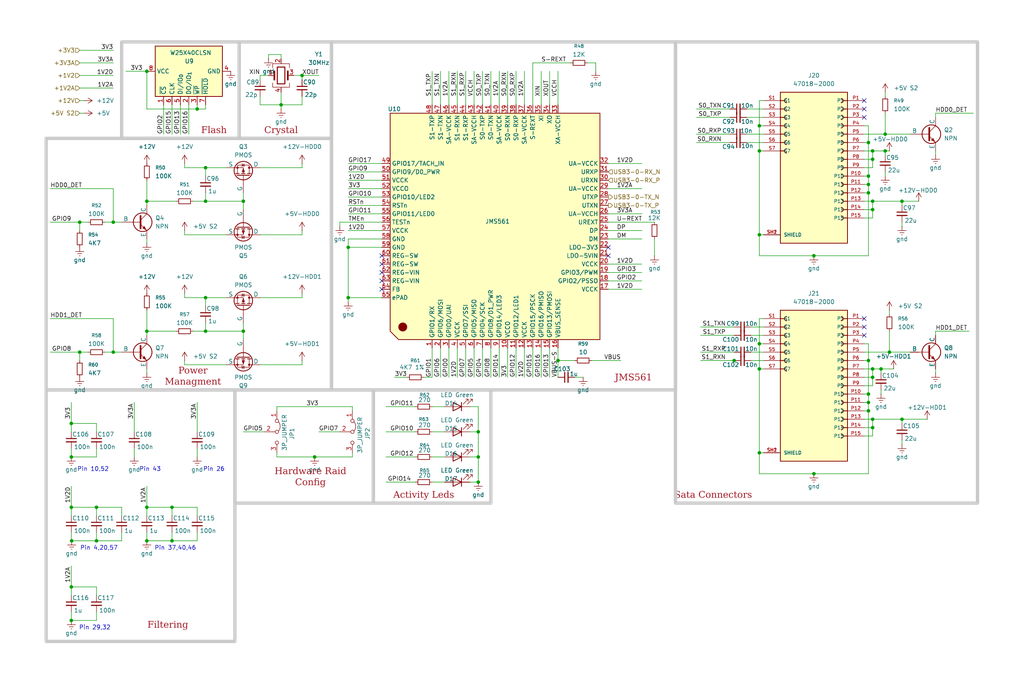
<source format=kicad_sch>
(kicad_sch (version 20250114) (generator "eeschema") (generator_version "9.0")
  (paper "User" 310 210)
  (rectangle (start 71.12 118.11) (end 113.03 152.4) (stroke (width 1) (color 200 200 200 1)))
  (rectangle (start 113.03 118.11) (end 148.59 152.4) (stroke (width 1) (color 200 200 200 1)))
  (rectangle (start 72.39 12.7) (end 100.33 41.91) (stroke (width 1) (color 200 200 200 1)))
  (rectangle (start 13.97 41.91) (end 100.33 118.11) (stroke (width 1) (color 200 200 200 1)))
  (rectangle (start 100.33 12.7) (end 204.47 118.11) (stroke (width 1) (color 200 200 200 1)))
  (rectangle (start 13.97 118.11) (end 71.12 194.31) (stroke (width 1) (color 200 200 200 1)))
  (rectangle (start 204.47 12.7) (end 295.91 152.4) (stroke (width 1) (color 200 200 200 1)))
  (rectangle (start 36.83 12.7) (end 72.39 41.91) (stroke (width 1) (color 200 200 200 1)))
  (text "Pin 4,20,57" (at 29.972 166.116 0) (effects (font (size 1.27 1.27))))
  (text "Pin 29,32" (at 28.702 190.246 0) (effects (font (size 1.27 1.27))))
  (text " Pin 43" (at 44.958 142.24 0) (effects (font (size 1.27 1.27))))
  (text "Pin 37,40,46" (at 53.086 166.116 0) (effects (font (size 1.27 1.27))))
  (text " Pin 10,52" (at 27.686 142.24 0) (effects (font (size 1.27 1.27))))
  (text " Pin 26\n" (at 64.262 142.24 0) (effects (font (size 1.27 1.27))))
  (text_box "Filtering" (at 36.83 182.88 0) (size 27.94 9.525) (margins 1.9049 1.9049 1.9049 1.9049) (stroke (width -0.0001)) (effects (font (size 2 2) (thickness 0.3175)) (justify bottom)))
  (text_box "Flash\n\n" (at 50.8 33.02 0) (size 27.94 9.525) (margins 1.9049 1.9049 1.9049 1.9049) (stroke (width -0.0001)) (effects (font (size 2 2) (thickness 0.3175)) (justify bottom)))
  (text_box "JMS561" (at 177.8 107.95 0) (size 27.94 9.525) (margins 1.9049 1.9049 1.9049 1.9049) (stroke (width -0.0001)) (effects (font (size 2 2) (thickness 0.3175)) (justify bottom)))
  (text_box "Sata Connectors\n" (at 201.93 143.51 0) (size 27.94 9.525) (margins 1.9049 1.9049 1.9049 1.9049) (stroke (width -0.0001)) (effects (font (size 2 2) (thickness 0.3175)) (justify bottom)))
  (text_box "Hardware Raid \nConfig\n" (at 80.01 139.7 0) (size 27.94 9.525) (margins 1.9049 1.9049 1.9049 1.9049) (stroke (width -0.0001)) (effects (font (size 2 2) (thickness 0.3175)) (justify bottom)))
  (text_box "Activity Leds\n" (at 114.3 143.51 0) (size 27.94 9.525) (margins 1.9049 1.9049 1.9049 1.9049) (stroke (width -0.0001)) (effects (font (size 2 2) (thickness 0.3175)) (justify bottom)))
  (text_box "Power Managment\n" (at 44.45 109.22 0) (size 27.94 9.525) (margins 1.9049 1.9049 1.9049 1.9049) (stroke (width -0.0001)) (effects (font (size 2 2) (thickness 0.3175)) (justify bottom)))
  (text_box "Crystal\n" (at 71.12 33.02 0) (size 27.94 9.525) (margins 1.9049 1.9049 1.9049 1.9049) (stroke (width -0.0001)) (effects (font (size 2 2) (thickness 0.3175)) (justify bottom)))
  (junction (at 105.41 90.17))
  (junction (at 229.87 104.14))
  (junction (at 168.91 109.22))
  (junction (at 105.41 74.93))
  (junction (at 29.21 163.83))
  (junction (at 21.59 153.67))
  (junction (at 267.97 45.72))
  (junction (at 262.89 121.92))
  (junction (at 62.23 100.33))
  (junction (at 144.78 130.81))
  (junction (at 73.66 100.33))
  (junction (at 264.16 114.3))
  (junction (at 73.66 60.96))
  (junction (at 229.87 38.1))
  (junction (at 246.38 77.47))
  (junction (at 52.07 153.67))
  (junction (at 21.59 138.43))
  (junction (at 273.05 127))
  (junction (at 269.24 106.68))
  (junction (at 24.13 106.68))
  (junction (at 44.45 100.33))
  (junction (at 264.16 111.76))
  (junction (at 262.89 53.34))
  (junction (at 262.89 55.88))
  (junction (at 262.89 109.22))
  (junction (at 95.25 138.43))
  (junction (at 264.16 60.96))
  (junction (at 62.23 50.8))
  (junction (at 24.13 67.31))
  (junction (at 21.59 177.8))
  (junction (at 229.87 137.16))
  (junction (at 34.29 106.68))
  (junction (at 59.69 33.02))
  (junction (at 85.09 31.75))
  (junction (at 144.78 146.05))
  (junction (at 264.16 63.5))
  (junction (at 44.45 21.59))
  (junction (at 266.7 111.76))
  (junction (at 21.6925 163.83))
  (junction (at 44.45 60.96))
  (junction (at 262.89 119.38))
  (junction (at 222.25 109.22))
  (junction (at 262.89 58.42))
  (junction (at 264.16 129.54))
  (junction (at 262.89 43.18))
  (junction (at 264.16 45.72))
  (junction (at 229.87 111.76))
  (junction (at 273.05 60.96))
  (junction (at 34.29 67.31))
  (junction (at 229.87 45.72))
  (junction (at 21.59 187.96))
  (junction (at 144.78 138.43))
  (junction (at 267.97 40.64))
  (junction (at 91.44 22.86))
  (junction (at 52.07 163.83))
  (junction (at 262.89 124.46))
  (junction (at 62.23 90.17))
  (junction (at 264.16 48.26))
  (junction (at 229.87 71.12))
  (junction (at 264.16 127))
  (junction (at 21.59 128.27))
  (junction (at 62.23 60.96))
  (junction (at 29.21 153.67))
  (junction (at 44.45 163.83))
  (junction (at 246.38 143.51))
  (junction (at 44.45 153.67))
  (no_connect (at 261.62 101.6))
  (no_connect (at 261.62 33.02))
  (no_connect (at 115.57 80.01))
  (no_connect (at 261.62 99.06))
  (no_connect (at 115.57 82.55))
  (no_connect (at 261.62 30.48))
  (no_connect (at 184.15 74.93))
  (no_connect (at 261.62 35.56))
  (no_connect (at 115.57 85.09))
  (no_connect (at 115.57 87.63))
  (no_connect (at 115.57 77.47))
  (no_connect (at 184.15 77.47))
  (no_connect (at 261.62 96.52))
  (wire (pts (xy 73.66 100.33) (xy 73.66 102.87)))
  (wire (pts (xy 31.75 106.68) (xy 34.29 106.68)))
  (wire (pts (xy 266.7 119.38) (xy 266.7 118.11)))
  (wire (pts (xy 264.16 114.3) (xy 264.16 111.76)))
  (wire (pts (xy 105.41 90.17) (xy 105.41 91.44)))
  (wire (pts (xy 231.14 30.48) (xy 229.87 30.48)))
  (wire (pts (xy 15.24 96.52) (xy 34.29 96.52)))
  (wire (pts (xy 229.87 111.76) (xy 229.87 104.14)))
  (wire (pts (xy 15.24 57.15) (xy 34.29 57.15)))
  (wire (pts (xy 246.38 77.47) (xy 229.87 77.47)))
  (wire (pts (xy 267.97 45.72) (xy 269.24 45.72)))
  (wire (pts (xy 269.24 95.25) (xy 269.24 93.98)))
  (wire (pts (xy 62.23 50.8) (xy 68.58 50.8)))
  (wire (pts (xy 226.06 40.64) (xy 231.14 40.64)))
  (wire (pts (xy 78.74 110.49) (xy 91.44 110.49)))
  (wire (pts (xy 269.24 100.33) (xy 269.24 106.68)))
  (wire (pts (xy 133.35 105.41) (xy 133.35 114.3)))
  (wire (pts (xy 229.87 30.48) (xy 229.87 38.1)))
  (wire (pts (xy 264.16 127) (xy 273.05 127)))
  (wire (pts (xy 105.41 72.39) (xy 105.41 74.93)))
  (wire (pts (xy 273.05 127) (xy 280.67 127)))
  (wire (pts (xy 21.59 147.32) (xy 21.59 153.67)))
  (wire (pts (xy 54.61 31.75) (xy 54.61 40.64)))
  (wire (pts (xy 261.62 132.08) (xy 264.16 132.08)))
  (wire (pts (xy 78.74 24.13) (xy 78.74 22.86)))
  (wire (pts (xy 62.23 97.79) (xy 62.23 100.33)))
  (wire (pts (xy 21.6925 163.83) (xy 21.59 163.83)))
  (wire (pts (xy 262.89 43.18) (xy 262.89 38.1)))
  (wire (pts (xy 96.52 130.81) (xy 102.87 130.81)))
  (wire (pts (xy 231.14 111.76) (xy 229.87 111.76)))
  (wire (pts (xy 55.88 69.85) (xy 55.88 71.12)))
  (wire (pts (xy 115.57 59.69) (xy 105.41 59.69)))
  (wire (pts (xy 226.06 35.56) (xy 231.14 35.56)))
  (wire (pts (xy 266.7 113.03) (xy 266.7 111.76)))
  (wire (pts (xy 91.44 109.22) (xy 91.44 110.49)))
  (wire (pts (xy 24.13 67.31) (xy 26.67 67.31)))
  (wire (pts (xy 273.05 128.27) (xy 273.05 127)))
  (wire (pts (xy 130.81 105.41) (xy 130.81 114.3)))
  (wire (pts (xy 44.45 101.6) (xy 44.45 100.33)))
  (wire (pts (xy 177.8 19.05) (xy 180.34 19.05)))
  (wire (pts (xy 15.24 106.68) (xy 24.13 106.68)))
  (wire (pts (xy 62.23 90.17) (xy 55.88 90.17)))
  (wire (pts (xy 68.58 110.49) (xy 55.88 110.49)))
  (wire (pts (xy 261.62 124.46) (xy 262.89 124.46)))
  (wire (pts (xy 34.29 106.68) (xy 36.83 106.68)))
  (wire (pts (xy 119.38 114.3) (xy 123.19 114.3)))
  (wire (pts (xy 264.16 116.84) (xy 264.16 114.3)))
  (wire (pts (xy 153.67 105.41) (xy 153.67 114.3)))
  (wire (pts (xy 273.05 67.31) (xy 273.05 68.58)))
  (wire (pts (xy 49.53 31.75) (xy 49.53 40.64)))
  (wire (pts (xy 264.16 111.76) (xy 266.7 111.76)))
  (wire (pts (xy 115.57 52.07) (xy 105.41 52.07)))
  (wire (pts (xy 261.62 116.84) (xy 264.16 116.84)))
  (wire (pts (xy 68.58 71.12) (xy 55.88 71.12)))
  (wire (pts (xy 29.21 163.83) (xy 21.6925 163.83)))
  (wire (pts (xy 116.84 130.81) (xy 125.73 130.81)))
  (wire (pts (xy 52.07 31.75) (xy 52.07 40.64)))
  (wire (pts (xy 264.16 60.96) (xy 273.05 60.96)))
  (wire (pts (xy 231.14 137.16) (xy 229.87 137.16)))
  (wire (pts (xy 21.59 177.8) (xy 21.59 180.34)))
  (wire (pts (xy 81.28 17.78) (xy 81.28 16.51)))
  (wire (pts (xy 144.78 123.19) (xy 144.78 130.81)))
  (wire (pts (xy 283.21 100.33) (xy 283.21 101.6)))
  (wire (pts (xy 78.74 22.86) (xy 81.28 22.86)))
  (wire (pts (xy 55.88 88.9) (xy 55.88 90.17)))
  (wire (pts (xy 130.81 123.19) (xy 134.62 123.19)))
  (wire (pts (xy 29.21 135.89) (xy 29.21 138.43)))
  (wire (pts (xy 116.84 138.43) (xy 125.73 138.43)))
  (wire (pts (xy 38.1 21.59) (xy 44.45 21.59)))
  (wire (pts (xy 229.87 137.16) (xy 229.87 111.76)))
  (wire (pts (xy 44.45 72.39) (xy 44.45 73.66)))
  (wire (pts (xy 59.69 163.83) (xy 52.07 163.83)))
  (wire (pts (xy 261.62 119.38) (xy 262.89 119.38)))
  (wire (pts (xy 21.59 121.92) (xy 21.59 128.27)))
  (wire (pts (xy 262.89 121.92) (xy 262.89 124.46)))
  (wire (pts (xy 158.75 31.75) (xy 158.75 21.59)))
  (wire (pts (xy 212.09 109.22) (xy 222.25 109.22)))
  (wire (pts (xy 130.81 31.75) (xy 130.81 21.59)))
  (wire (pts (xy 24.13 26.67) (xy 34.29 26.67)))
  (wire (pts (xy 262.89 109.22) (xy 262.89 119.38)))
  (wire (pts (xy 59.69 121.92) (xy 59.69 130.81)))
  (wire (pts (xy 262.89 124.46) (xy 262.89 143.51)))
  (wire (pts (xy 176.53 114.3) (xy 173.99 114.3)))
  (wire (pts (xy 95.25 138.43) (xy 106.68 138.43)))
  (wire (pts (xy 85.09 31.75) (xy 85.09 33.02)))
  (wire (pts (xy 128.27 114.3) (xy 130.81 114.3)))
  (wire (pts (xy 283.21 100.33) (xy 293.37 100.33)))
  (wire (pts (xy 140.97 31.75) (xy 140.97 21.59)))
  (wire (pts (xy 184.15 82.55) (xy 194.31 82.55)))
  (wire (pts (xy 29.21 185.42) (xy 29.21 187.96)))
  (wire (pts (xy 55.88 109.22) (xy 55.88 110.49)))
  (wire (pts (xy 261.62 63.5) (xy 264.16 63.5)))
  (wire (pts (xy 29.21 153.67) (xy 21.59 153.67)))
  (wire (pts (xy 115.57 64.77) (xy 105.41 64.77)))
  (wire (pts (xy 24.13 106.68) (xy 26.67 106.68)))
  (wire (pts (xy 262.89 43.18) (xy 262.89 53.34)))
  (wire (pts (xy 267.97 53.34) (xy 267.97 52.07)))
  (wire (pts (xy 151.13 31.75) (xy 151.13 21.59)))
  (wire (pts (xy 158.75 105.41) (xy 158.75 114.3)))
  (wire (pts (xy 88.9 22.86) (xy 91.44 22.86)))
  (wire (pts (xy 184.15 67.31) (xy 198.12 67.31)))
  (wire (pts (xy 29.21 128.27) (xy 21.59 128.27)))
  (wire (pts (xy 229.87 104.14) (xy 231.14 104.14)))
  (wire (pts (xy 261.62 40.64) (xy 267.97 40.64)))
  (wire (pts (xy 161.29 19.05) (xy 172.72 19.05)))
  (wire (pts (xy 261.62 55.88) (xy 262.89 55.88)))
  (wire (pts (xy 81.28 16.51) (xy 85.09 16.51)))
  (wire (pts (xy 262.89 119.38) (xy 262.89 121.92)))
  (wire (pts (xy 231.14 71.12) (xy 229.87 71.12)))
  (wire (pts (xy 34.29 67.31) (xy 34.29 57.15)))
  (wire (pts (xy 226.06 33.02) (xy 231.14 33.02)))
  (wire (pts (xy 264.16 132.08) (xy 264.16 129.54)))
  (wire (pts (xy 59.69 153.67) (xy 52.07 153.67)))
  (wire (pts (xy 29.21 130.81) (xy 29.21 128.27)))
  (wire (pts (xy 73.66 100.33) (xy 73.66 97.79)))
  (wire (pts (xy 83.82 124.46) (xy 83.82 123.19)))
  (wire (pts (xy 283.21 35.56) (xy 283.21 34.29)))
  (wire (pts (xy 21.59 135.89) (xy 21.59 138.43)))
  (wire (pts (xy 59.69 33.02) (xy 44.45 33.02)))
  (wire (pts (xy 229.87 45.72) (xy 229.87 71.12)))
  (wire (pts (xy 261.62 43.18) (xy 262.89 43.18)))
  (wire (pts (xy 142.24 138.43) (xy 144.78 138.43)))
  (wire (pts (xy 106.68 123.19) (xy 106.68 124.46)))
  (wire (pts (xy 261.62 45.72) (xy 264.16 45.72)))
  (wire (pts (xy 29.21 156.21) (xy 29.21 153.67)))
  (wire (pts (xy 262.89 58.42) (xy 262.89 77.47)))
  (wire (pts (xy 264.16 48.26) (xy 264.16 45.72)))
  (wire (pts (xy 261.62 48.26) (xy 264.16 48.26)))
  (wire (pts (xy 44.45 54.61) (xy 44.45 60.96)))
  (wire (pts (xy 223.52 109.22) (xy 222.25 109.22)))
  (wire (pts (xy 80.01 130.81) (xy 73.66 130.81)))
  (wire (pts (xy 59.69 138.43) (xy 59.69 135.89)))
  (wire (pts (xy 78.74 50.8) (xy 91.44 50.8)))
  (wire (pts (xy 106.68 138.43) (xy 106.68 137.16)))
  (wire (pts (xy 24.13 30.48) (xy 25.4 30.48)))
  (wire (pts (xy 29.21 180.34) (xy 29.21 177.8)))
  (wire (pts (xy 144.78 130.81) (xy 144.78 138.43)))
  (wire (pts (xy 62.23 90.17) (xy 68.58 90.17)))
  (wire (pts (xy 40.64 121.92) (xy 40.64 130.81)))
  (wire (pts (xy 83.82 123.19) (xy 106.68 123.19)))
  (wire (pts (xy 266.7 111.76) (xy 270.51 111.76)))
  (wire (pts (xy 184.15 49.53) (xy 194.31 49.53)))
  (wire (pts (xy 173.99 109.22) (xy 168.91 109.22)))
  (wire (pts (xy 102.87 67.31) (xy 115.57 67.31)))
  (wire (pts (xy 261.62 129.54) (xy 264.16 129.54)))
  (wire (pts (xy 210.82 43.18) (xy 220.98 43.18)))
  (wire (pts (xy 58.42 60.96) (xy 62.23 60.96)))
  (wire (pts (xy 21.59 171.45) (xy 21.59 177.8)))
  (wire (pts (xy 231.14 38.1) (xy 229.87 38.1)))
  (wire (pts (xy 55.88 49.53) (xy 55.88 50.8)))
  (wire (pts (xy 146.05 105.41) (xy 146.05 114.3)))
  (wire (pts (xy 231.14 96.52) (xy 229.87 96.52)))
  (wire (pts (xy 229.87 77.47) (xy 229.87 71.12)))
  (wire (pts (xy 264.16 63.5) (xy 264.16 60.96)))
  (wire (pts (xy 163.83 31.75) (xy 163.83 21.59)))
  (wire (pts (xy 73.66 60.96) (xy 73.66 58.42)))
  (wire (pts (xy 273.05 60.96) (xy 278.13 60.96)))
  (wire (pts (xy 91.44 22.86) (xy 96.52 22.86)))
  (wire (pts (xy 36.83 161.29) (xy 36.83 163.83)))
  (wire (pts (xy 261.62 53.34) (xy 262.89 53.34)))
  (wire (pts (xy 52.07 163.83) (xy 44.45 163.83)))
  (wire (pts (xy 227.33 99.06) (xy 231.14 99.06)))
  (wire (pts (xy 52.07 161.29) (xy 52.07 163.83)))
  (wire (pts (xy 283.21 111.76) (xy 283.21 113.03)))
  (wire (pts (xy 261.62 111.76) (xy 264.16 111.76)))
  (wire (pts (xy 261.62 127) (xy 264.16 127)))
  (wire (pts (xy 229.87 143.51) (xy 229.87 137.16)))
  (wire (pts (xy 59.69 161.29) (xy 59.69 163.83)))
  (wire (pts (xy 273.05 133.35) (xy 273.05 134.62)))
  (wire (pts (xy 262.89 143.51) (xy 246.38 143.51)))
  (wire (pts (xy 261.62 38.1) (xy 262.89 38.1)))
  (wire (pts (xy 52.07 156.21) (xy 52.07 153.67)))
  (wire (pts (xy 62.23 50.8) (xy 62.23 53.34)))
  (wire (pts (xy 44.45 33.02) (xy 44.45 21.59)))
  (wire (pts (xy 184.15 64.77) (xy 194.31 64.77)))
  (wire (pts (xy 115.57 62.23) (xy 105.41 62.23)))
  (wire (pts (xy 83.82 138.43) (xy 95.25 138.43)))
  (wire (pts (xy 261.62 58.42) (xy 262.89 58.42)))
  (wire (pts (xy 62.23 58.42) (xy 62.23 60.96)))
  (wire (pts (xy 44.45 161.29) (xy 44.45 163.83)))
  (wire (pts (xy 116.84 146.05) (xy 125.73 146.05)))
  (wire (pts (xy 267.97 46.99) (xy 267.97 45.72)))
  (wire (pts (xy 264.16 129.54) (xy 264.16 127)))
  (wire (pts (xy 78.74 31.75) (xy 85.09 31.75)))
  (wire (pts (xy 261.62 66.04) (xy 264.16 66.04)))
  (wire (pts (xy 21.59 185.42) (xy 21.59 187.96)))
  (wire (pts (xy 21.59 128.27) (xy 21.59 130.81)))
  (wire (pts (xy 62.23 50.8) (xy 55.88 50.8)))
  (wire (pts (xy 78.74 29.21) (xy 78.74 31.75)))
  (wire (pts (xy 184.15 69.85) (xy 194.31 69.85)))
  (wire (pts (xy 29.21 138.43) (xy 21.59 138.43)))
  (wire (pts (xy 44.45 100.33) (xy 53.34 100.33)))
  (wire (pts (xy 29.21 177.8) (xy 21.59 177.8)))
  (wire (pts (xy 62.23 90.17) (xy 62.23 92.71)))
  (wire (pts (xy 44.45 153.67) (xy 44.45 156.21)))
  (wire (pts (xy 73.66 60.96) (xy 73.66 63.5)))
  (wire (pts (xy 184.15 85.09) (xy 194.31 85.09)))
  (wire (pts (xy 143.51 105.41) (xy 143.51 114.3)))
  (wire (pts (xy 227.33 101.6) (xy 231.14 101.6)))
  (wire (pts (xy 227.33 109.22) (xy 231.14 109.22)))
  (wire (pts (xy 153.67 31.75) (xy 153.67 21.59)))
  (wire (pts (xy 138.43 31.75) (xy 138.43 21.59)))
  (wire (pts (xy 115.57 90.17) (xy 105.41 90.17)))
  (wire (pts (xy 102.87 68.58) (xy 102.87 67.31)))
  (wire (pts (xy 135.89 31.75) (xy 135.89 21.59)))
  (wire (pts (xy 135.89 105.41) (xy 135.89 114.3)))
  (wire (pts (xy 229.87 45.72) (xy 231.14 45.72)))
  (wire (pts (xy 143.51 31.75) (xy 143.51 21.59)))
  (wire (pts (xy 140.97 105.41) (xy 140.97 114.3)))
  (wire (pts (xy 115.57 72.39) (xy 105.41 72.39)))
  (wire (pts (xy 21.59 161.29) (xy 21.59 163.83)))
  (wire (pts (xy 246.38 143.51) (xy 229.87 143.51)))
  (wire (pts (xy 267.97 29.21) (xy 267.97 27.94)))
  (wire (pts (xy 210.82 35.56) (xy 220.98 35.56)))
  (wire (pts (xy 115.57 54.61) (xy 105.41 54.61)))
  (wire (pts (xy 57.15 31.75) (xy 57.15 40.64)))
  (wire (pts (xy 62.23 31.75) (xy 62.23 33.02)))
  (wire (pts (xy 24.13 109.22) (xy 24.13 106.68)))
  (wire (pts (xy 269.24 106.68) (xy 275.59 106.68)))
  (wire (pts (xy 227.33 106.68) (xy 231.14 106.68)))
  (wire (pts (xy 34.29 106.68) (xy 34.29 96.52)))
  (wire (pts (xy 144.78 138.43) (xy 144.78 146.05)))
  (wire (pts (xy 115.57 57.15) (xy 105.41 57.15)))
  (wire (pts (xy 44.45 147.32) (xy 44.45 153.67)))
  (wire (pts (xy 115.57 49.53) (xy 105.41 49.53)))
  (wire (pts (xy 212.09 99.06) (xy 222.25 99.06)))
  (wire (pts (xy 24.13 15.24) (xy 34.29 15.24)))
  (wire (pts (xy 146.05 31.75) (xy 146.05 21.59)))
  (wire (pts (xy 180.34 19.05) (xy 180.34 21.59)))
  (wire (pts (xy 58.42 100.33) (xy 62.23 100.33)))
  (wire (pts (xy 212.09 106.68) (xy 222.25 106.68)))
  (wire (pts (xy 261.62 109.22) (xy 262.89 109.22)))
  (wire (pts (xy 116.84 123.19) (xy 125.73 123.19)))
  (wire (pts (xy 115.57 69.85) (xy 105.41 69.85)))
  (wire (pts (xy 210.82 40.64) (xy 220.98 40.64)))
  (wire (pts (xy 273.05 62.23) (xy 273.05 60.96)))
  (wire (pts (xy 85.09 31.75) (xy 91.44 31.75)))
  (wire (pts (xy 262.89 77.47) (xy 246.38 77.47)))
  (wire (pts (xy 267.97 34.29) (xy 267.97 40.64)))
  (wire (pts (xy 21.59 153.67) (xy 21.59 156.21)))
  (wire (pts (xy 261.62 106.68) (xy 269.24 106.68)))
  (wire (pts (xy 15.24 67.31) (xy 24.13 67.31)))
  (wire (pts (xy 156.21 31.75) (xy 156.21 21.59)))
  (wire (pts (xy 229.87 96.52) (xy 229.87 104.14)))
  (wire (pts (xy 91.44 88.9) (xy 91.44 90.17)))
  (wire (pts (xy 130.81 146.05) (xy 134.62 146.05)))
  (wire (pts (xy 36.83 163.83) (xy 29.21 163.83)))
  (wire (pts (xy 212.09 101.6) (xy 222.25 101.6)))
  (wire (pts (xy 91.44 31.75) (xy 91.44 29.21)))
  (wire (pts (xy 184.15 72.39) (xy 194.31 72.39)))
  (wire (pts (xy 24.13 69.85) (xy 24.13 67.31)))
  (wire (pts (xy 59.69 156.21) (xy 59.69 153.67)))
  (wire (pts (xy 262.89 109.22) (xy 262.89 104.14)))
  (wire (pts (xy 44.45 62.23) (xy 44.45 60.96)))
  (wire (pts (xy 161.29 19.05) (xy 161.29 31.75)))
  (wire (pts (xy 163.83 105.41) (xy 163.83 114.3)))
  (wire (pts (xy 262.89 55.88) (xy 262.89 58.42)))
  (wire (pts (xy 264.16 50.8) (xy 264.16 48.26)))
  (wire (pts (xy 133.35 31.75) (xy 133.35 21.59)))
  (wire (pts (xy 261.62 121.92) (xy 262.89 121.92)))
  (wire (pts (xy 91.44 69.85) (xy 91.44 71.12)))
  (wire (pts (xy 184.15 87.63) (xy 194.31 87.63)))
  (wire (pts (xy 148.59 31.75) (xy 148.59 21.59)))
  (wire (pts (xy 62.23 100.33) (xy 73.66 100.33)))
  (wire (pts (xy 184.15 80.01) (xy 194.31 80.01)))
  (wire (pts (xy 261.62 50.8) (xy 264.16 50.8)))
  (wire (pts (xy 130.81 138.43) (xy 134.62 138.43)))
  (wire (pts (xy 29.21 161.29) (xy 29.21 163.83)))
  (wire (pts (xy 31.75 67.31) (xy 34.29 67.31)))
  (wire (pts (xy 44.45 111.76) (xy 44.45 113.03)))
  (wire (pts (xy 78.74 90.17) (xy 91.44 90.17)))
  (wire (pts (xy 264.16 45.72) (xy 267.97 45.72)))
  (wire (pts (xy 115.57 74.93) (xy 105.41 74.93)))
  (wire (pts (xy 44.45 60.96) (xy 53.34 60.96)))
  (wire (pts (xy 91.44 24.13) (xy 91.44 22.86)))
  (wire (pts (xy 85.09 27.94) (xy 85.09 31.75)))
  (wire (pts (xy 36.83 153.67) (xy 29.21 153.67)))
  (wire (pts (xy 262.89 53.34) (xy 262.89 55.88)))
  (wire (pts (xy 142.24 123.19) (xy 144.78 123.19)))
  (wire (pts (xy 168.91 21.59) (xy 168.91 31.75)))
  (wire (pts (xy 52.07 153.67) (xy 44.45 153.67)))
  (wire (pts (xy 34.29 67.31) (xy 36.83 67.31)))
  (wire (pts (xy 62.23 33.02) (xy 59.69 33.02)))
  (wire (pts (xy 44.45 93.98) (xy 44.45 100.33)))
  (wire (pts (xy 229.87 38.1) (xy 229.87 45.72)))
  (wire (pts (xy 130.81 130.81) (xy 134.62 130.81)))
  (wire (pts (xy 283.21 45.72) (xy 283.21 46.99)))
  (wire (pts (xy 91.44 49.53) (xy 91.44 50.8)))
  (wire (pts (xy 24.13 19.05) (xy 34.29 19.05)))
  (wire (pts (xy 83.82 137.16) (xy 83.82 138.43)))
  (wire (pts (xy 62.23 60.96) (xy 73.66 60.96)))
  (wire (pts (xy 59.69 33.02) (xy 59.69 31.75)))
  (wire (pts (xy 161.29 105.41) (xy 161.29 114.3)))
  (wire (pts (xy 166.37 31.75) (xy 166.37 21.59)))
  (wire (pts (xy 151.13 105.41) (xy 151.13 114.3)))
  (wire (pts (xy 184.15 57.15) (xy 194.31 57.15)))
  (wire (pts (xy 261.62 104.14) (xy 262.89 104.14)))
  (wire (pts (xy 24.13 34.29) (xy 25.4 34.29)))
  (wire (pts (xy 198.12 72.39) (xy 198.12 77.47)))
  (wire (pts (xy 148.59 105.41) (xy 148.59 114.3)))
  (wire (pts (xy 142.24 130.81) (xy 144.78 130.81)))
  (wire (pts (xy 179.07 109.22) (xy 187.96 109.22)))
  (wire (pts (xy 261.62 114.3) (xy 264.16 114.3)))
  (wire (pts (xy 40.64 138.43) (xy 40.64 135.89)))
  (wire (pts (xy 78.74 71.12) (xy 91.44 71.12)))
  (wire (pts (xy 144.78 146.05) (xy 142.24 146.05)))
  (wire (pts (xy 138.43 105.41) (xy 138.43 114.3)))
  (wire (pts (xy 226.06 43.18) (xy 231.14 43.18)))
  (wire (pts (xy 261.62 60.96) (xy 264.16 60.96)))
  (wire (pts (xy 24.13 22.86) (xy 34.29 22.86)))
  (wire (pts (xy 168.91 109.22) (xy 168.91 114.3)))
  (wire (pts (xy 210.82 33.02) (xy 220.98 33.02)))
  (wire (pts (xy 36.83 156.21) (xy 36.83 153.67)))
  (wire (pts (xy 283.21 34.29) (xy 294.64 34.29)))
  (wire (pts (xy 168.91 105.41) (xy 168.91 109.22)))
  (wire (pts (xy 166.37 105.41) (xy 166.37 114.3)))
  (wire (pts (xy 85.09 16.51) (xy 85.09 17.78)))
  (wire (pts (xy 156.21 105.41) (xy 156.21 114.3)))
  (wire (pts (xy 267.97 40.64) (xy 275.59 40.64)))
  (wire (pts (xy 264.16 66.04) (xy 264.16 63.5)))
  (wire (pts (xy 105.41 74.93) (xy 105.41 90.17)))
  (wire (pts (xy 29.21 187.96) (xy 21.59 187.96)))
  (label "S1_RXP" (at 219.71 106.68 180))
  (label "GPIO12" (at 118.11 138.43 0))
  (label "1V2A" (at 44.45 152.4 90))
  (label "HDD0_DET" (at 283.21 34.29 0))
  (label "1V2D" (at 158.75 114.3 90))
  (label "S0_TXP" (at 218.44 35.56 180))
  (label "S1_TXP" (at 219.71 101.6 180))
  (label "GPIO10" (at 105.41 59.69 0))
  (label "" (at 105.41 74.93 0))
  (label "GPIO3" (at 186.69 82.55 0))
  (label "3V3" (at 34.29 15.24 180))
  (label "HDD0_DET" (at 15.24 57.15 0))
  (label "GPIO16" (at 163.83 114.3 90))
  (label "S1_RXP" (at 140.97 29.21 90))
  (label "U-REXT" (at 186.69 67.31 0))
  (label "GPIO13" (at 166.37 114.3 90))
  (label "1V2D" (at 21.59 152.4 90))
  (label "S0_TXP" (at 146.05 29.21 90))
  (label "1V2D" (at 186.69 49.53 0))
  (label "3V3" (at 123.19 114.3 180))
  (label "GPIO9" (at 21.59 67.31 180))
  (label "S1_RXN" (at 219.71 109.22 180))
  (label "GPIO1" (at 130.81 114.3 90))
  (label "S0_TXN" (at 148.59 29.21 90))
  (label "S0_RXN" (at 218.44 43.18 180))
  (label "GPIO2" (at 186.69 85.09 0))
  (label "1V2A" (at 151.13 29.21 90))
  (label "VBUS-S" (at 168.91 114.3 90))
  (label "GPIO13" (at 54.61 40.64 90))
  (label "GPIO17" (at 105.41 49.53 0))
  (label "GPIO15" (at 161.29 114.3 90))
  (label "S-REXT" (at 163.83 19.05 0))
  (label "3V3" (at 43.18 21.59 180))
  (label "3V3A" (at 40.64 127 90))
  (label "GPIO15" (at 52.07 40.64 90))
  (label "3V3" (at 92.71 123.19 0))
  (label "HDD1_DET" (at 15.24 96.52 0))
  (label "S1_RXN" (at 138.43 29.21 90))
  (label "GPIO2" (at 49.53 40.64 90))
  (label "3V3A" (at 186.69 64.77 0))
  (label "GPIO11" (at 118.11 123.19 0))
  (label "GPIO10" (at 118.11 130.81 0))
  (label "GPIO5" (at 73.66 130.81 0))
  (label "3V3" (at 153.67 114.3 90))
  (label "S1_TXN" (at 219.71 99.06 180))
  (label "" (at 105.41 90.17 0))
  (label "DP" (at 186.69 69.85 0))
  (label "GPIO5" (at 143.51 114.3 90))
  (label "GPIO4" (at 146.05 114.3 90))
  (label "GPIO7" (at 140.97 114.3 90))
  (label "XIN" (at 78.74 22.86 180))
  (label "S0_RXP" (at 156.21 29.21 90))
  (label "RSTn" (at 105.41 62.23 0))
  (label "1V2D" (at 138.43 114.3 90))
  (label "XOUT" (at 96.52 22.86 180))
  (label "GPIO16" (at 57.15 40.64 90))
  (label "GPIO11" (at 105.41 64.77 0))
  (label "GPIO6" (at 133.35 114.3 90))
  (label "VCCH" (at 168.91 29.21 90))
  (label "XIN" (at 163.83 29.21 90))
  (label "VCCH" (at 143.51 29.21 90))
  (label "1V2A" (at 135.89 29.21 90))
  (label "S0_RXP" (at 218.44 40.64 180))
  (label "S0_RXN" (at 153.67 29.21 90))
  (label "1V2A" (at 21.59 176.53 90))
  (label "3V3" (at 105.41 57.15 0))
  (label "3V3" (at 21.59 127 90))
  (label "GPIO14" (at 151.13 114.3 90))
  (label "3V3A" (at 59.69 127 90))
  (label "1V2A" (at 158.75 29.21 90))
  (label "S1_TXN" (at 133.35 29.21 90))
  (label "GPIO8" (at 21.59 106.68 180))
  (label "TMEn" (at 105.41 67.31 0))
  (label "GPIO0" (at 135.89 114.3 90))
  (label "GPIO7" (at 96.52 130.81 0))
  (label "1V2A" (at 186.69 57.15 0))
  (label "1V2A" (at 34.29 26.67 180))
  (label "GPIO8" (at 148.59 114.3 90))
  (label "GPIO14" (at 124.46 146.05 180))
  (label "S0_TXN" (at 218.44 33.02 180))
  (label "S1_TXP" (at 130.81 29.21 90))
  (label "XOUT" (at 166.37 29.21 90))
  (label "1V2D" (at 186.69 87.63 0))
  (label "HDD1_DET" (at 283.21 100.33 0))
  (label "" (at 105.41 72.39 0))
  (label "1V2D" (at 105.41 69.85 0))
  (label "1V2D" (at 105.41 54.61 0))
  (label "GPIO12" (at 156.21 114.3 90))
  (label "GPIO9" (at 105.41 52.07 0))
  (label "1V2D" (at 186.69 80.01 0))
  (label "3V3A" (at 34.29 19.05 180))
  (label "1V2D" (at 34.29 22.86 180))
  (label "DM" (at 186.69 72.39 0))
  (label "VBUS" (at 187.96 109.22 180))
  (hierarchical_label "USB3-0-TX_N" (shape output) (at 184.15 59.69 0))
  (hierarchical_label "USB3-0-TX_P" (shape output) (at 184.15 62.23 0))
  (hierarchical_label "+3V3A" (shape input) (at 24.13 19.05 180))
  (hierarchical_label "+5V S2" (shape input) (at 24.13 34.29 180))
  (hierarchical_label "+12V" (shape input) (at 24.13 30.48 180))
  (hierarchical_label "USB3-0-RX_P" (shape input) (at 184.15 54.61 0))
  (hierarchical_label "+1V2" (shape input) (at 24.13 22.86 180))
  (hierarchical_label "+1V2A" (shape input) (at 24.13 26.67 180))
  (hierarchical_label "+3V3" (shape input) (at 24.13 15.24 180))
  (hierarchical_label "USB3-0-RX_N" (shape input) (at 184.15 52.07 0))
  (symbol (lib_id "Device:R_Small") (at 128.27 146.05 90) (unit 1)
    (property "Reference" "R65" (at 128.524 142.494 90) (effects (font (size 1.016 1.016))))
    (property "Value" "270" (at 128.524 144.018 90))
    (property "Footprint" "Resistor_SMD:R_0603_1608Metric" (effects (hide yes)))
    (property "Description" "Resistor, small symbol" (effects (hide yes)))
  )
  (symbol (lib_id "power:+12V") (at 91.44 49.53 0) (mirror y) (unit 1)
    (property "Reference" "#PWR085" (effects (hide yes)))
    (property "Value" "+12V-HDD0" (at 91.44 44.45 0))
    (property "Description" "Power symbol creates a global label with name \"+12V\"" (effects (hide yes)))
  )
  (symbol (lib_id "Device:C_Small") (at 59.69 158.75 0) (unit 1)
    (property "Reference" "C115" (at 59.944 156.972 0) (effects (justify left)))
    (property "Value" "100n" (at 60.452 160.782 0) (effects (justify left)))
    (property "Footprint" "Capacitor_SMD:C_0603_1608Metric" (effects (hide yes)))
    (property "Description" "Unpolarized capacitor, small symbol" (effects (hide yes)))
  )
  (symbol (lib_id "power:Earth") (at 266.7 119.38 0) (unit 1)
    (property "Reference" "#PWR0108" (effects (hide yes)))
    (property "Value" "gnd" (at 266.7 123.19 0))
    (property "Description" "Power symbol creates a global label with name \"Earth\"" (effects (hide yes)))
  )
  (symbol (lib_id "Device:R_Small") (at 29.21 106.68 270) (unit 1)
    (property "Reference" "R58" (at 29.21 101.6 90) (effects (font (size 1.016 1.016))))
    (property "Value" "100K" (at 29.21 104.14 90))
    (property "Footprint" "Resistor_SMD:R_0603_1608Metric" (effects (hide yes)))
    (property "Description" "Resistor, small symbol" (effects (hide yes)))
  )
  (symbol (lib_id "Device:R_Small") (at 24.13 111.76 0) (unit 1)
    (property "Reference" "R60" (at 26.67 110.4899 0) (effects (font (size 1.016 1.016)) (justify left)))
    (property "Value" "4K7" (at 26.67 113.0299 0) (effects (justify left)))
    (property "Footprint" "Resistor_SMD:R_0603_1608Metric" (effects (hide yes)))
    (property "Description" "Resistor, small symbol" (effects (hide yes)))
  )
  (symbol (lib_id "Simulation_SPICE:PMOS") (at 73.66 107.95 270) (unit 1)
    (property "Reference" "Q9" (at 73.66 116.84 90))
    (property "Value" "PMOS" (at 73.66 114.3 90))
    (property "Footprint" "AOSS21311C:SOT95P237X117-3N" (effects (hide yes)))
    (property "Datasheet" "https://ngspice.sourceforge.io/docs/ngspice-html-manual/manual.xhtml#cha_MOSFETs" (effects (hide yes)))
    (property "Description" "P-MOSFET transistor, drain/source/gate" (effects (hide yes)))
    (property "Sim.Device" "PMOS" (effects (hide yes)))
    (property "Sim.Type" "VDMOS" (effects (hide yes)))
    (property "Sim.Pins" "1=D 2=G 3=S" (effects (hide yes)))
  )
  (symbol (lib_id "Device:C_Small") (at 266.7 115.57 0) (unit 1)
    (property "Reference" "C104" (at 266.954 113.792 0) (effects (justify left)))
    (property "Value" "22u" (at 267.462 117.602 0) (effects (justify left)))
    (property "Footprint" "Capacitor_SMD:C_1206_3216Metric" (effects (hide yes)))
    (property "Description" "Unpolarized capacitor, small symbol" (effects (hide yes)))
  )
  (symbol (lib_id "power:+12V") (at 91.44 109.22 0) (mirror y) (unit 1)
    (property "Reference" "#PWR0102" (effects (hide yes)))
    (property "Value" "+5V-HDD1" (at 91.44 104.14 0))
    (property "Description" "Power symbol creates a global label with name \"+12V\"" (effects (hide yes)))
  )
  (symbol (lib_id "power:+12V") (at 25.4 34.29 270) (unit 1)
    (property "Reference" "#PWR080" (effects (hide yes)))
    (property "Value" "+5V" (at 29.21 34.2899 90) (effects (justify left)))
    (property "Description" "Power symbol creates a global label with name \"+12V\"" (effects (hide yes)))
  )
  (symbol (lib_id "power:+12V") (at 91.44 69.85 0) (mirror y) (unit 1)
    (property "Reference" "#PWR091" (effects (hide yes)))
    (property "Value" "+5V-HDD0" (at 91.44 64.77 0))
    (property "Description" "Power symbol creates a global label with name \"+12V\"" (effects (hide yes)))
  )
  (symbol (lib_id "Device:C_Small") (at 224.79 106.68 90) (unit 1)
    (property "Reference" "C101" (at 223.774 105.664 90) (effects (justify left)))
    (property "Value" "10n" (at 229.362 105.664 90) (effects (justify left)))
    (property "Footprint" "Capacitor_SMD:C_0402_1005Metric" (effects (hide yes)))
    (property "Description" "Unpolarized capacitor, small symbol" (effects (hide yes)))
  )
  (symbol (lib_id "Device:R_Small") (at 128.27 138.43 90) (unit 1)
    (property "Reference" "R64" (at 128.524 134.874 90) (effects (font (size 1.016 1.016))))
    (property "Value" "270" (at 128.524 136.398 90))
    (property "Footprint" "Resistor_SMD:R_0603_1608Metric" (effects (hide yes)))
    (property "Description" "Resistor, small symbol" (effects (hide yes)))
  )
  (symbol (lib_id "Device:LED") (at 138.43 130.81 180) (unit 1)
    (property "Reference" "D15" (at 134.62 129.794 0) (effects (justify right)))
    (property "Value" "LED Green" (at 133.35 127.254 0) (effects (justify right)))
    (property "Footprint" "LED_SMD:LED_0603_1608Metric" (effects (hide yes)))
    (property "Datasheet" "http://optoelectronics.liteon.com/upload/download/DS22-2000-226/LTST-S270KGKT.pdf" (effects (hide yes)))
    (property "Field4" "Digikey " (effects (hide yes)))
    (property "Field5" "LTST-S270KGKT" (effects (hide yes)))
    (property "Field6" "SML-A12M8TT86N" (effects (hide yes)))
    (property "Field7" "Rohm" (effects (hide yes)))
    (property "Field8" "650263301" (effects (hide yes)))
    (property "Part Description" "	Green 572nm LED Indication - Discrete 2.2V 2-SMD, No Lead" (effects (hide yes)))
  )
  (symbol (lib_id "Device:C_Small") (at 224.79 99.06 90) (unit 1)
    (property "Reference" "C99" (at 223.774 98.044 90) (effects (justify left)))
    (property "Value" "10n" (at 229.362 98.044 90) (effects (justify left)))
    (property "Footprint" "Capacitor_SMD:C_0402_1005Metric" (effects (hide yes)))
    (property "Description" "Unpolarized capacitor, small symbol" (effects (hide yes)))
  )
  (symbol (lib_id "power:Earth") (at 283.21 46.99 0) (unit 1)
    (property "Reference" "#PWR082" (effects (hide yes)))
    (property "Value" "gnd" (at 283.21 50.8 0))
    (property "Description" "Power symbol creates a global label with name \"Earth\"" (effects (hide yes)))
  )
  (symbol (lib_id "Simulation_SPICE:NPN") (at 41.91 67.31 0) (unit 1)
    (property "Reference" "Q4" (at 46.99 66.0399 0) (effects (justify left)))
    (property "Value" "NPN" (at 46.99 68.5799 0) (effects (justify left)))
    (property "Footprint" "MMBT3904:P200_SOT-23" (effects (hide yes)))
    (property "Datasheet" "https://ngspice.sourceforge.io/docs/ngspice-html-manual/manual.xhtml#cha_BJTs" (effects (hide yes)))
    (property "Description" "Bipolar transistor symbol for simulation only, substrate tied to the emitter" (effects (hide yes)))
    (property "Sim.Device" "NPN" (effects (hide yes)))
    (property "Sim.Type" "GUMMELPOON" (effects (hide yes)))
    (property "Sim.Pins" "1=C 2=B 3=E" (effects (hide yes)))
  )
  (symbol (lib_id "Device:R_Small") (at 44.45 91.44 180) (unit 1)
    (property "Reference" "R55" (at 46.99 90.1699 0) (effects (font (size 1.016 1.016)) (justify right)))
    (property "Value" "100K" (at 46.99 92.7099 0) (effects (justify right)))
    (property "Footprint" "Resistor_SMD:R_0603_1608Metric" (effects (hide yes)))
    (property "Description" "Resistor, small symbol" (effects (hide yes)))
  )
  (symbol (lib_id "Device:C_Small") (at 44.45 158.75 0) (unit 1)
    (property "Reference" "C113" (at 44.704 156.972 0) (effects (justify left)))
    (property "Value" "1u" (at 45.212 160.782 0) (effects (justify left)))
    (property "Footprint" "Capacitor_SMD:C_0805_2012Metric" (effects (hide yes)))
    (property "Description" "Unpolarized capacitor, small symbol" (effects (hide yes)))
  )
  (symbol (lib_id "power:Earth") (at 69.85 21.59 0) (unit 1)
    (property "Reference" "#PWR075" (effects (hide yes)))
    (property "Value" "gnd" (at 69.85 25.4 0))
    (property "Description" "Power symbol creates a global label with name \"Earth\"" (effects (hide yes)))
  )
  (symbol (lib_id "Device:R_Small") (at 269.24 97.79 0) (unit 1)
    (property "Reference" "R56" (at 271.78 96.5199 0) (effects (font (size 1.016 1.016)) (justify left)))
    (property "Value" "100K" (at 271.78 99.0599 0) (effects (justify left)))
    (property "Footprint" "Resistor_SMD:R_0603_1608Metric" (effects (hide yes)))
    (property "Description" "Resistor, small symbol" (effects (hide yes)))
  )
  (symbol (lib_id "Device:C_Small") (at 267.97 49.53 0) (unit 1)
    (property "Reference" "C95" (at 268.224 47.752 0) (effects (justify left)))
    (property "Value" "22u" (at 268.732 51.562 0) (effects (justify left)))
    (property "Footprint" "Capacitor_SMD:C_1206_3216Metric" (effects (hide yes)))
    (property "Description" "Unpolarized capacitor, small symbol" (effects (hide yes)))
  )
  (symbol (lib_id "power:Earth") (at 95.25 138.43 0) (unit 1)
    (property "Reference" "#PWR0114" (effects (hide yes)))
    (property "Value" "gnd" (at 95.25 142.24 0))
    (property "Description" "Power symbol creates a global label with name \"Earth\"" (effects (hide yes)))
  )
  (symbol (lib_id "power:+12V") (at 55.88 109.22 0) (unit 1)
    (property "Reference" "#PWR0101" (effects (hide yes)))
    (property "Value" "+5V S2" (at 58.42 107.9499 0) (effects (justify left)))
    (property "Description" "Power symbol creates a global label with name \"+12V\"" (effects (hide yes)))
  )
  (symbol (lib_id "power:Earth") (at 105.41 91.44 0) (unit 1)
    (property "Reference" "#PWR099" (effects (hide yes)))
    (property "Value" "gnd" (at 105.41 95.25 0))
    (property "Description" "Power symbol creates a global label with name \"Earth\"" (effects (hide yes)))
  )
  (symbol (lib_id "power:+12V") (at 91.44 88.9 0) (mirror y) (unit 1)
    (property "Reference" "#PWR098" (effects (hide yes)))
    (property "Value" "+12V-HDD1" (at 91.44 83.82 0))
    (property "Description" "Power symbol creates a global label with name \"+12V\"" (effects (hide yes)))
  )
  (symbol (lib_id "Simulation_SPICE:PMOS") (at 73.66 53.34 270) (mirror x) (unit 1)
    (property "Reference" "Q3" (at 73.66 44.45 90))
    (property "Value" "PMOS" (at 73.66 46.99 90))
    (property "Footprint" "AOSS21311C:SOT95P237X117-3N" (effects (hide yes)))
    (property "Datasheet" "https://ngspice.sourceforge.io/docs/ngspice-html-manual/manual.xhtml#cha_MOSFETs" (effects (hide yes)))
    (property "Description" "P-MOSFET transistor, drain/source/gate" (effects (hide yes)))
    (property "Sim.Device" "PMOS" (effects (hide yes)))
    (property "Sim.Type" "VDMOS" (effects (hide yes)))
    (property "Sim.Pins" "1=D 2=G 3=S" (effects (hide yes)))
  )
  (symbol (lib_id "power:+12V") (at 25.4 30.48 270) (unit 1)
    (property "Reference" "#PWR078" (effects (hide yes)))
    (property "Value" "+12V" (at 29.21 30.4799 90) (effects (justify left)))
    (property "Description" "Power symbol creates a global label with name \"+12V\"" (effects (hide yes)))
  )
  (symbol (lib_id "Device:R_Small") (at 24.13 72.39 0) (unit 1)
    (property "Reference" "R54" (at 26.67 71.1199 0) (effects (font (size 1.016 1.016)) (justify left)))
    (property "Value" "4K7" (at 26.67 73.6599 0) (effects (justify left)))
    (property "Footprint" "Resistor_SMD:R_0603_1608Metric" (effects (hide yes)))
    (property "Description" "Resistor, small symbol" (effects (hide yes)))
  )
  (symbol (lib_id "power:+12V") (at 269.24 93.98 0) (unit 1)
    (property "Reference" "#PWR0100" (effects (hide yes)))
    (property "Value" "+5V S2" (at 271.78 92.7099 0) (effects (justify left)))
    (property "Description" "Power symbol creates a global label with name \"+12V\"" (effects (hide yes)))
  )
  (symbol (lib_id "Simulation_SPICE:NPN") (at 280.67 106.68 0) (unit 1)
    (property "Reference" "Q8" (at 285.75 105.4099 0) (effects (justify left)))
    (property "Value" "NPN" (at 285.75 107.9499 0) (effects (justify left)))
    (property "Footprint" "MMBT3904:P200_SOT-23" (effects (hide yes)))
    (property "Datasheet" "https://ngspice.sourceforge.io/docs/ngspice-html-manual/manual.xhtml#cha_BJTs" (effects (hide yes)))
    (property "Description" "Bipolar transistor symbol for simulation only, substrate tied to the emitter" (effects (hide yes)))
    (property "Sim.Device" "NPN" (effects (hide yes)))
    (property "Sim.Type" "GUMMELPOON" (effects (hide yes)))
    (property "Sim.Pins" "1=C 2=B 3=E" (effects (hide yes)))
  )
  (symbol (lib_id "Device:Crystal_GND24") (at 85.09 22.86 0) (unit 1)
    (property "Reference" "Y1" (at 96.52 16.4398 0))
    (property "Value" "30MHz" (at 96.52 18.9798 0))
    (property "Footprint" "ABM8-30.000MHZ-B2-T:ABM810000MHZ12D2W" (effects (hide yes)))
    (property "Description" "Four pin crystal, GND on pins 2 and 4" (effects (hide yes)))
  )
  (symbol (lib_id "Device:C_Small") (at 91.44 26.67 0) (unit 1)
    (property "Reference" "C90" (at 91.694 24.892 0) (effects (justify left)))
    (property "Value" "22p" (at 92.202 28.702 0) (effects (justify left)))
    (property "Footprint" "Capacitor_SMD:C_0402_1005Metric" (effects (hide yes)))
    (property "Description" "Unpolarized capacitor, small symbol" (effects (hide yes)))
  )
  (symbol (lib_id "power:Earth") (at 144.78 146.05 0) (unit 1)
    (property "Reference" "#PWR0116" (effects (hide yes)))
    (property "Value" "gnd" (at 144.78 149.86 0))
    (property "Description" "Power symbol creates a global label with name \"Earth\"" (effects (hide yes)))
  )
  (symbol (lib_id "Device:LED") (at 138.43 138.43 180) (unit 1)
    (property "Reference" "D16" (at 134.62 137.414 0) (effects (justify right)))
    (property "Value" "LED Green" (at 133.35 134.874 0) (effects (justify right)))
    (property "Footprint" "LED_SMD:LED_0603_1608Metric" (effects (hide yes)))
    (property "Datasheet" "http://optoelectronics.liteon.com/upload/download/DS22-2000-226/LTST-S270KGKT.pdf" (effects (hide yes)))
    (property "Field4" "Digikey " (effects (hide yes)))
    (property "Field5" "LTST-S270KGKT" (effects (hide yes)))
    (property "Field6" "SML-A12M8TT86N" (effects (hide yes)))
    (property "Field7" "Rohm" (effects (hide yes)))
    (property "Field8" "650263301" (effects (hide yes)))
    (property "Part Description" "	Green 572nm LED Indication - Discrete 2.2V 2-SMD, No Lead" (effects (hide yes)))
  )
  (symbol (lib_id "power:Earth") (at 273.05 68.58 0) (unit 1)
    (property "Reference" "#PWR089" (effects (hide yes)))
    (property "Value" "gnd" (at 273.05 72.39 0))
    (property "Description" "Power symbol creates a global label with name \"Earth\"" (effects (hide yes)))
  )
  (symbol (lib_id "JMS561:JMS561") (at 118.11 34.29 0) (unit 1)
    (property "Reference" "U10" (at 119.38 33.02 0))
    (property "Value" "JMS561" (at 150.622 67.056 0))
    (property "Footprint" "Package_DFN_QFN:QFN-64-1EP_8x8mm_P0.4mm_EP6.5x6.5mm" (effects (hide yes)))
    (property "Description" "JMS561 is a SuperSpeed USB 5Gb/s to dual SATA 6Gb/s bridge controller, which also supports various application configurations." (effects (hide yes)))
  )
  (symbol (lib_id "power:+12V") (at 280.67 127 0) (mirror y) (unit 1)
    (property "Reference" "#PWR0109" (effects (hide yes)))
    (property "Value" "+12V-HDD1" (at 280.67 123.444 0))
    (property "Description" "Power symbol creates a global label with name \"+12V\"" (effects (hide yes)))
  )
  (symbol (lib_id "Device:C_Small") (at 40.64 133.35 0) (unit 1)
    (property "Reference" "C108" (at 40.894 131.572 0) (effects (justify left)))
    (property "Value" "100n" (at 41.402 135.382 0) (effects (justify left)))
    (property "Footprint" "Capacitor_SMD:C_0603_1608Metric" (effects (hide yes)))
    (property "Description" "Unpolarized capacitor, small symbol" (effects (hide yes)))
  )
  (symbol (lib_id "Memory_Flash:W25X40CLSN") (at 57.15 21.59 90) (unit 1)
    (property "Reference" "U9" (at 58.674 18.542 90) (effects (justify left)))
    (property "Value" "W25X40CLSN" (at 64.008 16.002 90) (effects (justify left)))
    (property "Footprint" "Package_SO:SOIC-8_3.9x4.9mm_P1.27mm" (effects (hide yes)))
    (property "Datasheet" "https://www.winbond.com/resource-files/W25X40CL_G%2020210505.pdf" (effects (hide yes)))
    (property "Description" "4Mbit / 512KiB Serial Flash memory, Standard/Dual I/O SPI, 2.3-3.6V, SOIC-8 (150 mil)" (effects (hide yes)))
  )
  (symbol (lib_id "power:+12V") (at 55.88 49.53 0) (unit 1)
    (property "Reference" "#PWR084" (effects (hide yes)))
    (property "Value" "+12V" (at 55.88 44.45 0))
    (property "Description" "Power symbol creates a global label with name \"+12V\"" (effects (hide yes)))
  )
  (symbol (lib_id "Device:LED") (at 138.43 123.19 180) (unit 1)
    (property "Reference" "D14" (at 134.62 122.174 0) (effects (justify right)))
    (property "Value" "LED Green" (at 133.35 119.634 0) (effects (justify right)))
    (property "Footprint" "LED_SMD:LED_0603_1608Metric" (effects (hide yes)))
    (property "Datasheet" "http://optoelectronics.liteon.com/upload/download/DS22-2000-226/LTST-S270KGKT.pdf" (effects (hide yes)))
    (property "Field4" "Digikey " (effects (hide yes)))
    (property "Field5" "LTST-S270KGKT" (effects (hide yes)))
    (property "Field6" "SML-A12M8TT86N" (effects (hide yes)))
    (property "Field7" "Rohm" (effects (hide yes)))
    (property "Field8" "650263301" (effects (hide yes)))
    (property "Part Description" "	Green 572nm LED Indication - Discrete 2.2V 2-SMD, No Lead" (effects (hide yes)))
  )
  (symbol (lib_id "Device:C_Small") (at 273.05 64.77 0) (unit 1)
    (property "Reference" "C97" (at 273.304 62.992 0) (effects (justify left)))
    (property "Value" "22u" (at 273.812 66.802 0) (effects (justify left)))
    (property "Footprint" "Capacitor_SMD:C_1206_3216Metric" (effects (hide yes)))
    (property "Description" "Unpolarized capacitor, small symbol" (effects (hide yes)))
  )
  (symbol (lib_id "Device:C_Small") (at 223.52 33.02 90) (unit 1)
    (property "Reference" "C91" (at 222.504 32.004 90) (effects (justify left)))
    (property "Value" "10n" (at 228.092 32.004 90) (effects (justify left)))
    (property "Footprint" "Capacitor_SMD:C_0402_1005Metric" (effects (hide yes)))
    (property "Description" "Unpolarized capacitor, small symbol" (effects (hide yes)))
  )
  (symbol (lib_id "47018-2000:47018-2000") (at 246.38 116.84 0) (unit 1)
    (property "Reference" "J21" (at 246.38 88.9 0))
    (property "Value" "47018-2000" (at 246.38 91.44 0))
    (property "Footprint" "47018-2000:MOLEX_47018-2000" (effects (hide yes)))
    (property "MF" "Molex" (effects (hide yes)))
    (property "MAXIMUM_PACKAGE_HEIGHT" "5.15mm" (effects (hide yes)))
    (property "Package" "None" (effects (hide yes)))
    (property "Price" "None" (effects (hide yes)))
    (property "Check_prices" "https://www.snapeda.com/parts/470182000/Molex/view-part/?ref=eda" (effects (hide yes)))
    (property "STANDARD" "Manufacturer Recommendations" (effects (hide yes)))
    (property "PARTREV" "M" (effects (hide yes)))
    (property "SnapEDA_Link" "https://www.snapeda.com/parts/470182000/Molex/view-part/?ref=snap" (effects (hide yes)))
    (property "MP" "470182000" (effects (hide yes)))
    (property "Description_1" "22 Position SATA Receptacle Connector Solder Surface Mount, Right Angle" (effects (hide yes)))
    (property "SNAPEDA_PN" "0470184000" (effects (hide yes)))
    (property "Availability" "In Stock" (effects (hide yes)))
    (property "MANUFACTURER" "Molex" (effects (hide yes)))
  )
  (symbol (lib_id "power:+12V") (at 55.88 69.85 0) (unit 1)
    (property "Reference" "#PWR090" (effects (hide yes)))
    (property "Value" "+5V S2" (at 58.42 68.5799 0) (effects (justify left)))
    (property "Description" "Power symbol creates a global label with name \"+12V\"" (effects (hide yes)))
  )
  (symbol (lib_id "Device:LED") (at 138.43 146.05 180) (unit 1)
    (property "Reference" "D17" (at 134.62 145.034 0) (effects (justify right)))
    (property "Value" "LED Green" (at 133.35 142.494 0) (effects (justify right)))
    (property "Footprint" "LED_SMD:LED_0603_1608Metric" (effects (hide yes)))
    (property "Datasheet" "http://optoelectronics.liteon.com/upload/download/DS22-2000-226/LTST-S270KGKT.pdf" (effects (hide yes)))
    (property "Field4" "Digikey " (effects (hide yes)))
    (property "Field5" "LTST-S270KGKT" (effects (hide yes)))
    (property "Field6" "SML-A12M8TT86N" (effects (hide yes)))
    (property "Field7" "Rohm" (effects (hide yes)))
    (property "Field8" "650263301" (effects (hide yes)))
    (property "Part Description" "	Green 572nm LED Indication - Discrete 2.2V 2-SMD, No Lead" (effects (hide yes)))
  )
  (symbol (lib_id "power:Earth") (at 21.6925 163.83 0) (unit 1)
    (property "Reference" "#PWR0117" (effects (hide yes)))
    (property "Value" "gnd" (at 21.6925 167.64 0))
    (property "Description" "Power symbol creates a global label with name \"Earth\"" (effects (hide yes)))
  )
  (symbol (lib_id "Device:C_Small") (at 29.21 182.88 0) (unit 1)
    (property "Reference" "C117" (at 29.464 181.102 0) (effects (justify left)))
    (property "Value" "100n" (at 29.972 184.912 0) (effects (justify left)))
    (property "Footprint" "Capacitor_SMD:C_0603_1608Metric" (effects (hide yes)))
    (property "Description" "Unpolarized capacitor, small symbol" (effects (hide yes)))
  )
  (symbol (lib_id "Simulation_SPICE:PMOS") (at 73.66 68.58 270) (unit 1)
    (property "Reference" "Q5" (at 73.66 77.47 90))
    (property "Value" "PMOS" (at 73.66 74.93 90))
    (property "Footprint" "AOSS21311C:SOT95P237X117-3N" (effects (hide yes)))
    (property "Datasheet" "https://ngspice.sourceforge.io/docs/ngspice-html-manual/manual.xhtml#cha_MOSFETs" (effects (hide yes)))
    (property "Description" "P-MOSFET transistor, drain/source/gate" (effects (hide yes)))
    (property "Sim.Device" "PMOS" (effects (hide yes)))
    (property "Sim.Type" "VDMOS" (effects (hide yes)))
    (property "Sim.Pins" "1=D 2=G 3=S" (effects (hide yes)))
  )
  (symbol (lib_id "Device:C_Small") (at 224.79 101.6 90) (mirror x) (unit 1)
    (property "Reference" "C100" (at 223.774 102.87 90) (effects (justify left)))
    (property "Value" "10n" (at 229.362 102.87 90) (effects (justify left)))
    (property "Footprint" "Capacitor_SMD:C_0402_1005Metric" (effects (hide yes)))
    (property "Description" "Unpolarized capacitor, small symbol" (effects (hide yes)))
  )
  (symbol (lib_id "power:Earth") (at 21.59 138.43 0) (unit 1)
    (property "Reference" "#PWR0111" (effects (hide yes)))
    (property "Value" "gnd" (at 21.59 142.24 0))
    (property "Description" "Power symbol creates a global label with name \"Earth\"" (effects (hide yes)))
  )
  (symbol (lib_id "power:Earth") (at 40.64 138.43 0) (unit 1)
    (property "Reference" "#PWR0112" (effects (hide yes)))
    (property "Value" "gnd" (at 40.64 142.24 0))
    (property "Description" "Power symbol creates a global label with name \"Earth\"" (effects (hide yes)))
  )
  (symbol (lib_id "power:Earth") (at 44.45 73.66 0) (unit 1)
    (property "Reference" "#PWR092" (effects (hide yes)))
    (property "Value" "gnd" (at 44.45 77.47 0))
    (property "Description" "Power symbol creates a global label with name \"Earth\"" (effects (hide yes)))
  )
  (symbol (lib_id "Simulation_SPICE:NPN") (at 280.67 40.64 0) (unit 1)
    (property "Reference" "Q2" (at 285.75 39.3699 0) (effects (justify left)))
    (property "Value" "NPN" (at 285.75 41.9099 0) (effects (justify left)))
    (property "Footprint" "MMBT3904:P200_SOT-23" (effects (hide yes)))
    (property "Datasheet" "https://ngspice.sourceforge.io/docs/ngspice-html-manual/manual.xhtml#cha_BJTs" (effects (hide yes)))
    (property "Description" "Bipolar transistor symbol for simulation only, substrate tied to the emitter" (effects (hide yes)))
    (property "Sim.Device" "NPN" (effects (hide yes)))
    (property "Sim.Type" "GUMMELPOON" (effects (hide yes)))
    (property "Sim.Pins" "1=C 2=B 3=E" (effects (hide yes)))
  )
  (symbol (lib_id "Jumper:Jumper_3_Bridged12") (at 83.82 130.81 270) (unit 1) (in_bom no)
    (property "Reference" "JP1" (at 88.392 129.54 0) (effects (justify left)))
    (property "Value" "3P_JUMPER" (at 86.106 125.476 0) (effects (justify left)))
    (property "Footprint" "Connector_PinHeader_2.54mm:PinHeader_1x03_P2.54mm_Vertical" (effects (hide yes)))
    (property "Description" "Jumper, 3-pole, pins 1+2 closed/bridged" (effects (hide yes)))
  )
  (symbol (lib_id "Simulation_SPICE:NPN") (at 41.91 106.68 0) (unit 1)
    (property "Reference" "Q7" (at 46.99 105.4099 0) (effects (justify left)))
    (property "Value" "NPN" (at 46.99 107.9499 0) (effects (justify left)))
    (property "Footprint" "MMBT3904:P200_SOT-23" (effects (hide yes)))
    (property "Datasheet" "https://ngspice.sourceforge.io/docs/ngspice-html-manual/manual.xhtml#cha_BJTs" (effects (hide yes)))
    (property "Description" "Bipolar transistor symbol for simulation only, substrate tied to the emitter" (effects (hide yes)))
    (property "Sim.Device" "NPN" (effects (hide yes)))
    (property "Sim.Type" "GUMMELPOON" (effects (hide yes)))
    (property "Sim.Pins" "1=C 2=B 3=E" (effects (hide yes)))
  )
  (symbol (lib_id "power:+12V") (at 267.97 27.94 0) (unit 1)
    (property "Reference" "#PWR077" (effects (hide yes)))
    (property "Value" "+5V S2" (at 270.51 26.6699 0) (effects (justify left)))
    (property "Description" "Power symbol creates a global label with name \"+12V\"" (effects (hide yes)))
  )
  (symbol (lib_id "Device:C_Small") (at 273.05 130.81 0) (unit 1)
    (property "Reference" "C105" (at 273.304 129.032 0) (effects (justify left)))
    (property "Value" "22u" (at 273.812 132.842 0) (effects (justify left)))
    (property "Footprint" "Capacitor_SMD:C_1206_3216Metric" (effects (hide yes)))
    (property "Description" "Unpolarized capacitor, small symbol" (effects (hide yes)))
  )
  (symbol (lib_id "Device:C_Small") (at 52.07 158.75 0) (unit 1)
    (property "Reference" "C114" (at 52.324 156.972 0) (effects (justify left)))
    (property "Value" "100n" (at 52.832 160.782 0) (effects (justify left)))
    (property "Footprint" "Capacitor_SMD:C_0603_1608Metric" (effects (hide yes)))
    (property "Description" "Unpolarized capacitor, small symbol" (effects (hide yes)))
  )
  (symbol (lib_id "power:+12V") (at 270.51 111.76 0) (mirror y) (unit 1)
    (property "Reference" "#PWR0103" (effects (hide yes)))
    (property "Value" "+5V-HDD1" (at 270.51 107.95 0))
    (property "Description" "Power symbol creates a global label with name \"+12V\"" (effects (hide yes)))
  )
  (symbol (lib_id "power:+12V") (at 44.45 88.9 0) (unit 1)
    (property "Reference" "#PWR096" (effects (hide yes)))
    (property "Value" "+12V" (at 44.45 83.82 0))
    (property "Description" "Power symbol creates a global label with name \"+12V\"" (effects (hide yes)))
  )
  (symbol (lib_id "power:Earth") (at 246.38 143.51 0) (unit 1)
    (property "Reference" "#PWR0115" (effects (hide yes)))
    (property "Value" "gnd" (at 246.38 147.32 0))
    (property "Description" "Power symbol creates a global label with name \"Earth\"" (effects (hide yes)))
  )
  (symbol (lib_id "power:Earth") (at 24.13 74.93 0) (unit 1)
    (property "Reference" "#PWR093" (effects (hide yes)))
    (property "Value" "gnd" (at 24.13 78.74 0))
    (property "Description" "Power symbol creates a global label with name \"Earth\"" (effects (hide yes)))
  )
  (symbol (lib_id "power:Earth") (at 81.28 17.78 0) (unit 1)
    (property "Reference" "#PWR074" (effects (hide yes)))
    (property "Value" "gnd" (at 81.28 21.59 0))
    (property "Description" "Power symbol creates a global label with name \"Earth\"" (effects (hide yes)))
  )
  (symbol (lib_id "Device:R_Small") (at 55.88 100.33 90) (unit 1)
    (property "Reference" "R57" (at 55.88 95.25 90) (effects (font (size 1.016 1.016))))
    (property "Value" "100K" (at 55.88 97.79 90))
    (property "Footprint" "Resistor_SMD:R_0603_1608Metric" (effects (hide yes)))
    (property "Description" "Resistor, small symbol" (effects (hide yes)))
  )
  (symbol (lib_id "power:+12V") (at 55.88 88.9 0) (unit 1)
    (property "Reference" "#PWR097" (effects (hide yes)))
    (property "Value" "+12V" (at 55.88 83.82 0))
    (property "Description" "Power symbol creates a global label with name \"+12V\"" (effects (hide yes)))
  )
  (symbol (lib_id "power:+12V") (at 269.24 45.72 0) (mirror y) (unit 1)
    (property "Reference" "#PWR081" (effects (hide yes)))
    (property "Value" "+5V-HDD0" (at 269.494 42.164 0))
    (property "Description" "Power symbol creates a global label with name \"+12V\"" (effects (hide yes)))
  )
  (symbol (lib_id "power:Earth") (at 273.05 134.62 0) (unit 1)
    (property "Reference" "#PWR0110" (effects (hide yes)))
    (property "Value" "gnd" (at 273.05 138.43 0))
    (property "Description" "Power symbol creates a global label with name \"Earth\"" (effects (hide yes)))
  )
  (symbol (lib_id "Device:R_Small") (at 29.21 67.31 270) (unit 1)
    (property "Reference" "R52" (at 29.21 62.23 90) (effects (font (size 1.016 1.016))))
    (property "Value" "100K" (at 29.21 64.77 90))
    (property "Footprint" "Resistor_SMD:R_0603_1608Metric" (effects (hide yes)))
    (property "Description" "Resistor, small symbol" (effects (hide yes)))
  )
  (symbol (lib_id "Device:R_Small") (at 125.73 114.3 90) (unit 1)
    (property "Reference" "R61" (at 125.73 109.22 90) (effects (font (size 1.016 1.016))))
    (property "Value" "4K7 1%" (at 124.714 111.252 90))
    (property "Footprint" "Resistor_SMD:R_0603_1608Metric" (effects (hide yes)))
    (property "Description" "Resistor, small symbol" (effects (hide yes)))
  )
  (symbol (lib_id "power:+12V") (at 44.45 49.53 0) (unit 1)
    (property "Reference" "#PWR083" (effects (hide yes)))
    (property "Value" "+12V" (at 44.45 44.45 0))
    (property "Description" "Power symbol creates a global label with name \"+12V\"" (effects (hide yes)))
  )
  (symbol (lib_id "Device:C_Small") (at 29.21 133.35 0) (unit 1)
    (property "Reference" "C107" (at 29.464 131.572 0) (effects (justify left)))
    (property "Value" "100n" (at 29.972 135.382 0) (effects (justify left)))
    (property "Footprint" "Capacitor_SMD:C_0603_1608Metric" (effects (hide yes)))
    (property "Description" "Unpolarized capacitor, small symbol" (effects (hide yes)))
  )
  (symbol (lib_id "Device:C_Small") (at 224.79 109.22 90) (mirror x) (unit 1)
    (property "Reference" "C102" (at 223.774 110.49 90) (effects (justify left)))
    (property "Value" "10n" (at 229.362 110.49 90) (effects (justify left)))
    (property "Footprint" "Capacitor_SMD:C_0402_1005Metric" (effects (hide yes)))
    (property "Description" "Unpolarized capacitor, small symbol" (effects (hide yes)))
  )
  (symbol (lib_id "power:Earth") (at 24.13 114.3 0) (unit 1)
    (property "Reference" "#PWR0106" (effects (hide yes)))
    (property "Value" "gnd" (at 24.13 118.11 0))
    (property "Description" "Power symbol creates a global label with name \"Earth\"" (effects (hide yes)))
  )
  (symbol (lib_id "Device:C_Small") (at 62.23 95.25 0) (unit 1)
    (property "Reference" "C98" (at 62.484 93.472 0) (effects (justify left)))
    (property "Value" "1u" (at 62.992 97.282 0) (effects (justify left)))
    (property "Footprint" "Capacitor_SMD:C_0805_2012Metric" (effects (hide yes)))
    (property "Description" "Unpolarized capacitor, small symbol" (effects (hide yes)))
  )
  (symbol (lib_id "Device:R_Small") (at 176.53 109.22 90) (unit 1)
    (property "Reference" "R59" (at 176.53 104.14 90) (effects (font (size 1.016 1.016))))
    (property "Value" "10" (at 176.53 106.68 90))
    (property "Footprint" "Resistor_SMD:R_0603_1608Metric" (effects (hide yes)))
    (property "Description" "Resistor, small symbol" (effects (hide yes)))
  )
  (symbol (lib_id "Simulation_SPICE:PMOS") (at 73.66 92.71 270) (mirror x) (unit 1)
    (property "Reference" "Q6" (at 73.66 83.82 90))
    (property "Value" "PMOS" (at 73.66 86.36 90))
    (property "Footprint" "AOSS21311C:SOT95P237X117-3N" (effects (hide yes)))
    (property "Datasheet" "https://ngspice.sourceforge.io/docs/ngspice-html-manual/manual.xhtml#cha_MOSFETs" (effects (hide yes)))
    (property "Description" "P-MOSFET transistor, drain/source/gate" (effects (hide yes)))
    (property "Sim.Device" "PMOS" (effects (hide yes)))
    (property "Sim.Type" "VDMOS" (effects (hide yes)))
    (property "Sim.Pins" "1=D 2=G 3=S" (effects (hide yes)))
  )
  (symbol (lib_id "power:Earth") (at 246.38 77.47 0) (unit 1)
    (property "Reference" "#PWR095" (effects (hide yes)))
    (property "Value" "gnd" (at 246.38 81.28 0))
    (property "Description" "Power symbol creates a global label with name \"Earth\"" (effects (hide yes)))
  )
  (symbol (lib_id "power:Earth") (at 44.45 113.03 0) (unit 1)
    (property "Reference" "#PWR0104" (effects (hide yes)))
    (property "Value" "gnd" (at 44.45 116.84 0))
    (property "Description" "Power symbol creates a global label with name \"Earth\"" (effects (hide yes)))
  )
  (symbol (lib_id "power:Earth") (at 59.69 138.43 0) (unit 1)
    (property "Reference" "#PWR0113" (effects (hide yes)))
    (property "Value" "gnd" (at 59.69 142.24 0))
    (property "Description" "Power symbol creates a global label with name \"Earth\"" (effects (hide yes)))
  )
  (symbol (lib_id "power:Earth") (at 267.97 53.34 0) (unit 1)
    (property "Reference" "#PWR086" (effects (hide yes)))
    (property "Value" "gnd" (at 267.97 57.15 0))
    (property "Description" "Power symbol creates a global label with name \"Earth\"" (effects (hide yes)))
  )
  (symbol (lib_id "power:Earth") (at 44.45 163.83 0) (unit 1)
    (property "Reference" "#PWR0118" (effects (hide yes)))
    (property "Value" "gnd" (at 44.45 167.64 0))
    (property "Description" "Power symbol creates a global label with name \"Earth\"" (effects (hide yes)))
  )
  (symbol (lib_id "Jumper:Jumper_3_Bridged12") (at 106.68 130.81 270) (unit 1) (in_bom no)
    (property "Reference" "JP2" (at 111.252 129.54 0) (effects (justify left)))
    (property "Value" "3P_JUMPER" (at 108.966 126.238 0) (effects (justify left)))
    (property "Footprint" "Connector_PinHeader_2.54mm:PinHeader_1x03_P2.54mm_Vertical" (effects (hide yes)))
    (property "Description" "Jumper, 3-pole, pins 1+2 closed/bridged" (effects (hide yes)))
  )
  (symbol (lib_id "power:Earth") (at 180.34 21.59 0) (unit 1)
    (property "Reference" "#PWR076" (effects (hide yes)))
    (property "Value" "gnd" (at 180.34 25.4 0))
    (property "Description" "Power symbol creates a global label with name \"Earth\"" (effects (hide yes)))
  )
  (symbol (lib_id "47018-2000:47018-2000") (at 246.38 50.8 0) (unit 1)
    (property "Reference" "J20" (at 246.38 22.86 0))
    (property "Value" "47018-2000" (at 246.38 25.4 0))
    (property "Footprint" "47018-2000:MOLEX_47018-2000" (effects (hide yes)))
    (property "MF" "Molex" (effects (hide yes)))
    (property "MAXIMUM_PACKAGE_HEIGHT" "5.15mm" (effects (hide yes)))
    (property "Package" "None" (effects (hide yes)))
    (property "Price" "None" (effects (hide yes)))
    (property "Check_prices" "https://www.snapeda.com/parts/470182000/Molex/view-part/?ref=eda" (effects (hide yes)))
    (property "STANDARD" "Manufacturer Recommendations" (effects (hide yes)))
    (property "PARTREV" "M" (effects (hide yes)))
    (property "SnapEDA_Link" "https://www.snapeda.com/parts/470182000/Molex/view-part/?ref=snap" (effects (hide yes)))
    (property "MP" "470182000" (effects (hide yes)))
    (property "Description_1" "22 Position SATA Receptacle Connector Solder Surface Mount, Right Angle" (effects (hide yes)))
    (property "SNAPEDA_PN" "0470184000" (effects (hide yes)))
    (property "Availability" "In Stock" (effects (hide yes)))
    (property "MANUFACTURER" "Molex" (effects (hide yes)))
  )
  (symbol (lib_id "Device:C_Small") (at 21.59 133.35 0) (unit 1)
    (property "Reference" "C106" (at 21.844 131.572 0) (effects (justify left)))
    (property "Value" "100n" (at 22.352 135.382 0) (effects (justify left)))
    (property "Footprint" "Capacitor_SMD:C_0603_1608Metric" (effects (hide yes)))
    (property "Description" "Unpolarized capacitor, small symbol" (effects (hide yes)))
  )
  (symbol (lib_id "Device:C_Small") (at 29.21 158.75 0) (unit 1)
    (property "Reference" "C111" (at 29.464 156.972 0) (effects (justify left)))
    (property "Value" "100n" (at 29.972 160.782 0) (effects (justify left)))
    (property "Footprint" "Capacitor_SMD:C_0603_1608Metric" (effects (hide yes)))
    (property "Description" "Unpolarized capacitor, small symbol" (effects (hide yes)))
  )
  (symbol (lib_id "power:+12V") (at 278.13 60.96 0) (mirror y) (unit 1)
    (property "Reference" "#PWR087" (effects (hide yes)))
    (property "Value" "+12V-HDD0" (at 277.876 57.658 0))
    (property "Description" "Power symbol creates a global label with name \"+12V\"" (effects (hide yes)))
  )
  (symbol (lib_id "power:Earth") (at 198.12 77.47 0) (unit 1)
    (property "Reference" "#PWR094" (effects (hide yes)))
    (property "Value" "gnd" (at 198.12 81.28 0))
    (property "Description" "Power symbol creates a global label with name \"Earth\"" (effects (hide yes)))
  )
  (symbol (lib_id "Device:C_Small") (at 62.23 55.88 0) (unit 1)
    (property "Reference" "C96" (at 62.484 54.102 0) (effects (justify left)))
    (property "Value" "1u" (at 62.992 57.912 0) (effects (justify left)))
    (property "Footprint" "Capacitor_SMD:C_0805_2012Metric" (effects (hide yes)))
    (property "Description" "Unpolarized capacitor, small symbol" (effects (hide yes)))
  )
  (symbol (lib_id "Device:R_Small") (at 55.88 60.96 90) (unit 1)
    (property "Reference" "R51" (at 55.88 55.88 90) (effects (font (size 1.016 1.016))))
    (property "Value" "100K" (at 55.88 58.42 90))
    (property "Footprint" "Resistor_SMD:R_0603_1608Metric" (effects (hide yes)))
    (property "Description" "Resistor, small symbol" (effects (hide yes)))
  )
  (symbol (lib_id "Device:C_Small") (at 223.52 35.56 90) (mirror x) (unit 1)
    (property "Reference" "C92" (at 222.504 36.83 90) (effects (justify left)))
    (property "Value" "10n" (at 228.092 36.83 90) (effects (justify left)))
    (property "Footprint" "Capacitor_SMD:C_0402_1005Metric" (effects (hide yes)))
    (property "Description" "Unpolarized capacitor, small symbol" (effects (hide yes)))
  )
  (symbol (lib_id "power:Earth") (at 176.53 114.3 0) (unit 1)
    (property "Reference" "#PWR0107" (effects (hide yes)))
    (property "Value" "gnd" (at 176.53 118.11 0))
    (property "Description" "Power symbol creates a global label with name \"Earth\"" (effects (hide yes)))
  )
  (symbol (lib_id "Device:R_Small") (at 198.12 69.85 180) (unit 1)
    (property "Reference" "R53" (at 196.85 64.262 0) (effects (font (size 1.016 1.016)) (justify right)))
    (property "Value" "12K" (at 196.088 66.04 0) (effects (justify right)))
    (property "Footprint" "Resistor_SMD:R_0603_1608Metric" (effects (hide yes)))
    (property "Description" "Resistor, small symbol" (effects (hide yes)))
  )
  (symbol (lib_id "Device:C_Small") (at 223.52 43.18 90) (mirror x) (unit 1)
    (property "Reference" "C94" (at 222.504 44.45 90) (effects (justify left)))
    (property "Value" "10n" (at 228.092 44.196 90) (effects (justify left)))
    (property "Footprint" "Capacitor_SMD:C_0402_1005Metric" (effects (hide yes)))
    (property "Description" "Unpolarized capacitor, small symbol" (effects (hide yes)))
  )
  (symbol (lib_id "Device:C_Small") (at 78.74 26.67 0) (mirror y) (unit 1)
    (property "Reference" "C89" (at 78.486 24.892 0) (effects (justify left)))
    (property "Value" "22p" (at 77.978 28.702 0) (effects (justify left)))
    (property "Footprint" "Capacitor_SMD:C_0402_1005Metric" (effects (hide yes)))
    (property "Description" "Unpolarized capacitor, small symbol" (effects (hide yes)))
  )
  (symbol (lib_id "Device:R_Small") (at 128.27 130.81 90) (unit 1)
    (property "Reference" "R63" (at 128.27 127 90) (effects (font (size 1.016 1.016))))
    (property "Value" "270" (at 128.524 128.778 90))
    (property "Footprint" "Resistor_SMD:R_0603_1608Metric" (effects (hide yes)))
    (property "Description" "Resistor, small symbol" (effects (hide yes)))
  )
  (symbol (lib_id "Device:C_Small") (at 21.59 182.88 0) (unit 1)
    (property "Reference" "C116" (at 21.844 181.102 0) (effects (justify left)))
    (property "Value" "1u" (at 22.352 184.912 0) (effects (justify left)))
    (property "Footprint" "Capacitor_SMD:C_0805_2012Metric" (effects (hide yes)))
    (property "Description" "Unpolarized capacitor, small symbol" (effects (hide yes)))
  )
  (symbol (lib_id "power:Earth") (at 102.87 68.58 0) (unit 1)
    (property "Reference" "#PWR088" (effects (hide yes)))
    (property "Value" "gnd" (at 102.87 72.39 0))
    (property "Description" "Power symbol creates a global label with name \"Earth\"" (effects (hide yes)))
  )
  (symbol (lib_id "Device:R_Small") (at 44.45 52.07 180) (unit 1)
    (property "Reference" "R50" (at 46.99 50.7999 0) (effects (font (size 1.016 1.016)) (justify right)))
    (property "Value" "100K" (at 46.99 53.3399 0) (effects (justify right)))
    (property "Footprint" "Resistor_SMD:R_0603_1608Metric" (effects (hide yes)))
    (property "Description" "Resistor, small symbol" (effects (hide yes)))
  )
  (symbol (lib_id "Device:C_Small") (at 59.69 133.35 0) (unit 1)
    (property "Reference" "C109" (at 59.944 131.572 0) (effects (justify left)))
    (property "Value" "100n" (at 60.452 135.382 0) (effects (justify left)))
    (property "Footprint" "Capacitor_SMD:C_0603_1608Metric" (effects (hide yes)))
    (property "Description" "Unpolarized capacitor, small symbol" (effects (hide yes)))
  )
  (symbol (lib_id "power:Earth") (at 85.09 33.02 0) (unit 1)
    (property "Reference" "#PWR079" (effects (hide yes)))
    (property "Value" "gnd" (at 85.09 36.83 0))
    (property "Description" "Power symbol creates a global label with name \"Earth\"" (effects (hide yes)))
  )
  (symbol (lib_id "Device:R_Small") (at 175.26 19.05 90) (unit 1)
    (property "Reference" "R48" (at 175.26 13.97 90) (effects (font (size 1.016 1.016))))
    (property "Value" "12K" (at 175.26 16.51 90))
    (property "Footprint" "Resistor_SMD:R_0603_1608Metric" (effects (hide yes)))
    (property "Description" "Resistor, small symbol" (effects (hide yes)))
  )
  (symbol (lib_id "power:Earth") (at 283.21 113.03 0) (unit 1)
    (property "Reference" "#PWR0105" (effects (hide yes)))
    (property "Value" "gnd" (at 283.21 116.84 0))
    (property "Description" "Power symbol creates a global label with name \"Earth\"" (effects (hide yes)))
  )
  (symbol (lib_id "Device:R_Small") (at 267.97 31.75 0) (unit 1)
    (property "Reference" "R49" (at 270.51 30.4799 0) (effects (font (size 1.016 1.016)) (justify left)))
    (property "Value" "100K" (at 270.51 33.0199 0) (effects (justify left)))
    (property "Footprint" "Resistor_SMD:R_0603_1608Metric" (effects (hide yes)))
    (property "Description" "Resistor, small symbol" (effects (hide yes)))
  )
  (symbol (lib_id "Device:C_Small") (at 171.45 114.3 90) (unit 1)
    (property "Reference" "C103" (at 172.72 111.76 90) (effects (justify left)))
    (property "Value" "1u" (at 175.006 113.284 90) (effects (justify left)))
    (property "Footprint" "Capacitor_SMD:C_0603_1608Metric" (effects (hide yes)))
    (property "Description" "Unpolarized capacitor, small symbol" (effects (hide yes)))
  )
  (symbol (lib_id "Device:C_Small") (at 223.52 40.64 90) (unit 1)
    (property "Reference" "C93" (at 222.504 39.624 90) (effects (justify left)))
    (property "Value" "10n" (at 227.838 39.624 90) (effects (justify left)))
    (property "Footprint" "Capacitor_SMD:C_0402_1005Metric" (effects (hide yes)))
    (property "Description" "Unpolarized capacitor, small symbol" (effects (hide yes)))
  )
  (symbol (lib_id "Device:C_Small") (at 36.83 158.75 0) (unit 1)
    (property "Reference" "C112" (at 37.084 156.972 0) (effects (justify left)))
    (property "Value" "1u" (at 37.592 160.782 0) (effects (justify left)))
    (property "Footprint" "Capacitor_SMD:C_0805_2012Metric" (effects (hide yes)))
    (property "Description" "Unpolarized capacitor, small symbol" (effects (hide yes)))
  )
  (symbol (lib_id "power:Earth") (at 21.59 187.96 0) (unit 1)
    (property "Reference" "#PWR0119" (effects (hide yes)))
    (property "Value" "gnd" (at 21.59 191.77 0))
    (property "Description" "Power symbol creates a global label with name \"Earth\"" (effects (hide yes)))
  )
  (symbol (lib_id "Device:R_Small") (at 128.27 123.19 90) (unit 1)
    (property "Reference" "R62" (at 128.524 119.634 90) (effects (font (size 1.016 1.016))))
    (property "Value" "270" (at 128.524 121.158 90))
    (property "Footprint" "Resistor_SMD:R_0603_1608Metric" (effects (hide yes)))
    (property "Description" "Resistor, small symbol" (effects (hide yes)))
  )
  (symbol (lib_id "Device:C_Small") (at 21.59 158.75 0) (unit 1)
    (property "Reference" "C110" (at 21.844 156.972 0) (effects (justify left)))
    (property "Value" "100n" (at 22.352 160.782 0) (effects (justify left)))
    (property "Footprint" "Capacitor_SMD:C_0603_1608Metric" (effects (hide yes)))
    (property "Description" "Unpolarized capacitor, small symbol" (effects (hide yes)))
  )
)
</source>
